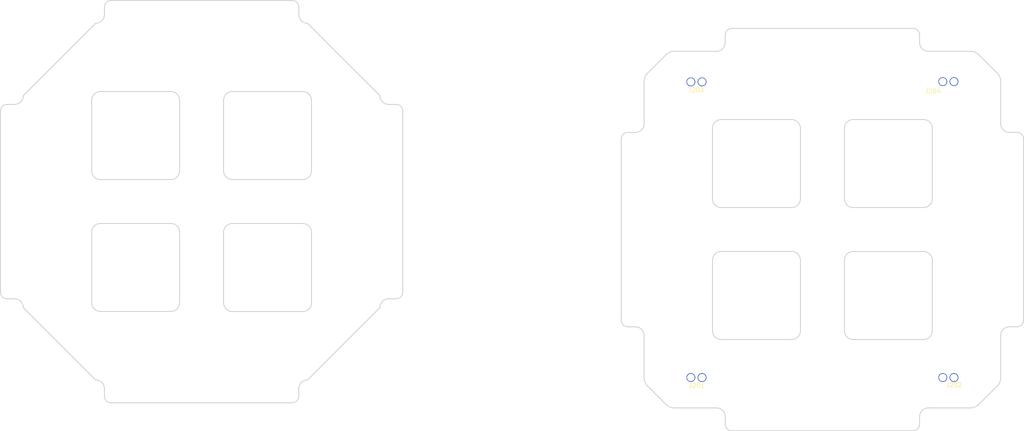
<source format=kicad_pcb>
(kicad_pcb (version 20240108) (generator "pcbnew") (generator_version "8.0")
  (layers (0 "F.Cu" signal) (31 "B.Cu" signal) (34 "B.Paste" user) (35 "F.Paste" user) (36 "B.SilkS" user "B.Silkscreen") (37 "F.SilkS" user "F.Silkscreen") (38 "B.Mask" user) (39 "F.Mask" user) (44 "Edge.Cuts" user))
  (net 0 "")
  (footprint "bac EPS v1:Mill-Max-0630-0-15-15-30-27-10-0-PN-1x02-P2.54" (layer "F.Cu") (at 240.419981 62.989961)
    (property "Reference" "J204" (at -3.525 2.175 0) (layer "F.SilkS"))
    (property "Value" "Conn_01x02_Pin")
    (pad "1" thru_hole circle (at -1.27 0) (size 2 2) (drill 1.651) (layers "*.Cu" "*.Mask"))
    (pad "2" thru_hole circle (at 1.27 0) (size 2 2) (drill 1.651) (layers "*.Cu" "*.Mask"))
  )
  (footprint "bac EPS v1:Mill-Max-0630-0-15-15-30-27-10-0-PN-1x02-P2.54" (layer "F.Cu") (at 240.419981 130.289961)
    (property "Reference" "J202" (at 1.3 1.7 0) (layer "F.SilkS"))
    (property "Value" "Conn_01x02_Pin")
    (pad "1" thru_hole circle (at -1.27 0) (size 2 2) (drill 1.651) (layers "*.Cu" "*.Mask"))
    (pad "2" thru_hole circle (at 1.27 0) (size 2 2) (drill 1.651) (layers "*.Cu" "*.Mask"))
  )
  (footprint "bac EPS v1:Mill-Max-0630-0-15-15-30-27-10-0-PN-1x02-P2.54" (layer "F.Cu") (at 183.119981 130.289961)
    (property "Reference" "J201" (at 0.05 1.8 0) (layer "F.SilkS"))
    (property "Value" "Conn_01x02_Pin")
    (pad "1" thru_hole circle (at -1.27 0) (size 2 2) (drill 1.651) (layers "*.Cu" "*.Mask"))
    (pad "2" thru_hole circle (at 1.27 0) (size 2 2) (drill 1.651) (layers "*.Cu" "*.Mask"))
  )
  (footprint "bac EPS v1:Mill-Max-0630-0-15-15-30-27-10-0-PN-1x02-P2.54" (layer "F.Cu") (at 183.119981 63.039961)
    (property "Reference" "J203" (at -0.075 1.85 0) (layer "F.SilkS"))
    (property "Value" "Conn_01x02_Pin")
    (pad "1" thru_hole circle (at -1.27 0) (size 2 2) (drill 1.651) (layers "*.Cu" "*.Mask"))
    (pad "2" thru_hole circle (at 1.27 0) (size 2 2) (drill 1.651) (layers "*.Cu" "*.Mask"))
  )
  (gr_line (start 245.4774 56.09) (end 235.873 56.09) (stroke (width 0.2)) (layer "Edge.Cuts"))
  (gr_line (start 77.575086 95.252289) (end 93.575086 95.252289) (stroke (width 0.2)) (layer "Edge.Cuts"))
  (gr_line (start 257.52 76.036967) (end 257.519981 117.242861) (stroke (width 0.2)) (layer "Edge.Cuts"))
  (gr_line (start 233.873033 54.09) (end 233.873033 52.375923) (stroke (width 0.2)) (layer "Edge.Cuts"))
  (gr_line (start 234.770001 91.630001) (end 218.770001 91.630001) (stroke (width 0.2)) (layer "Edge.Cuts"))
  (gr_arc (start 247.315908 136.428407) (mid 246.472343 136.992046) (end 245.4773 137.189983) (stroke (width 0.2)) (layer "Edge.Cuts"))
  (gr_line (start 24.825086 110.222289) (end 24.825086 110.875321) (stroke (width 0.2)) (layer "Edge.Cuts"))
  (gr_arc (start 188.77 121.63) (mid 187.355776 121.044224) (end 186.77 119.63) (stroke (width 0.2)) (layer "Edge.Cuts"))
  (gr_arc (start 233.873014 140.889981) (mid 233.433674 141.950635) (end 232.373014 142.389961) (stroke (width 0.2)) (layer "Edge.Cuts"))
  (gr_arc (start 252.32 130.3474) (mid 252.122108 131.342367) (end 251.558478 132.185837) (stroke (width 0.2)) (layer "Edge.Cuts"))
  (gr_arc (start 189.666967 52.390001) (mid 190.106292 51.329325) (end 191.166968 50.89) (stroke (width 0.2)) (layer "Edge.Cuts"))
  (gr_line (start 45.575087 83.26229) (end 45.575087 67.24229) (stroke (width 0.2)) (layer "Edge.Cuts"))
  (gr_line (start 247.315908 136.428407) (end 251.558478 132.185837) (stroke (width 0.2)) (layer "Edge.Cuts"))
  (gr_arc (start 234.770001 71.610001) (mid 236.184203 72.195799) (end 236.770001 73.610001) (stroke (width 0.2)) (layer "Edge.Cuts"))
  (gr_line (start 186.770001 89.630001) (end 186.770001 73.610001) (stroke (width 0.2)) (layer "Edge.Cuts"))
  (gr_line (start 231.72 142.39) (end 232.373033 142.39) (stroke (width 0.2)) (layer "Edge.Cuts"))
  (gr_arc (start 186.77 103.61) (mid 187.355779 102.195779) (end 188.77 101.61) (stroke (width 0.2)) (layer "Edge.Cuts"))
  (gr_line (start 63.575087 85.26229) (end 47.575087 85.26229) (stroke (width 0.2)) (layer "Edge.Cuts"))
  (gr_arc (start 47.575086 115.262289) (mid 46.160862 114.676513) (end 45.575086 113.262289) (stroke (width 0.2)) (layer "Edge.Cuts"))
  (gr_line (start 95.575086 97.252289) (end 95.575086 113.272289) (stroke (width 0.2)) (layer "Edge.Cuts"))
  (gr_line (start 75.575086 113.272289) (end 75.575086 97.252289) (stroke (width 0.2)) (layer "Edge.Cuts"))
  (gr_arc (start 186.770001 73.610001) (mid 187.355779 72.195779) (end 188.770001 71.610001) (stroke (width 0.2)) (layer "Edge.Cuts"))
  (gr_arc (start 236.770001 89.630001) (mid 236.184206 91.044206) (end 234.770001 91.630001) (stroke (width 0.2)) (layer "Edge.Cuts"))
  (gr_arc (start 113.125086 68.169256) (mid 111.710884 67.583468) (end 111.125086 66.169256) (stroke (width 0.2)) (layer "Edge.Cuts"))
  (gr_line (start 234.77 121.64) (end 218.77 121.64) (stroke (width 0.2)) (layer "Edge.Cuts"))
  (gr_arc (start 178.062641 137.19) (mid 177.067661 136.992092) (end 176.224162 136.428477) (stroke (width 0.2)) (layer "Edge.Cuts"))
  (gr_arc (start 218.770001 91.630001) (mid 217.355777 91.044225) (end 216.770001 89.630001) (stroke (width 0.2)) (layer "Edge.Cuts"))
  (gr_line (start 169.220001 74.536967) (end 167.520001 74.536967) (stroke (width 0.2)) (layer "Edge.Cuts"))
  (gr_arc (start 189.666967 54.090001) (mid 189.081166 55.504199) (end 187.666968 56.09) (stroke (width 0.2)) (layer "Edge.Cuts"))
  (gr_arc (start 234.77 101.62) (mid 236.184203 102.205797) (end 236.77 103.62) (stroke (width 0.2)) (layer "Edge.Cuts"))
  (gr_arc (start 63.575087 65.24229) (mid 64.989289 65.828088) (end 65.575087 67.24229) (stroke (width 0.2)) (layer "Edge.Cuts"))
  (gr_line (start 77.575087 65.24229) (end 93.575087 65.24229) (stroke (width 0.2)) (layer "Edge.Cuts"))
  (gr_line (start 94.678086 49.722289) (end 100.965086 56.042289) (stroke (width 0.2)) (layer "Edge.Cuts"))
  (gr_arc (start 94.678086 49.722289) (mid 93.263872 49.136503) (end 92.678119 47.722289) (stroke (width 0.2)) (layer "Edge.Cuts"))
  (gr_arc (start 235.872981 56.089961) (mid 234.458772 55.50418) (end 233.873014 54.089961) (stroke (width 0.2)) (layer "Edge.Cuts"))
  (gr_arc (start 169.220001 118.743033) (mid 170.634217 119.328816) (end 171.22 120.743032) (stroke (width 0.2)) (layer "Edge.Cuts"))
  (gr_line (start 65.575086 97.242289) (end 65.575086 113.262289) (stroke (width 0.2)) (layer "Edge.Cuts"))
  (gr_arc (start 92.678119 134.522309) (mid 92.238748 135.58293) (end 91.178119 136.022289) (stroke (width 0.2)) (layer "Edge.Cuts"))
  (gr_line (start 191.166968 50.89) (end 232.3729 50.89) (stroke (width 0.2)) (layer "Edge.Cuts"))
  (gr_arc (start 45.575086 97.242289) (mid 46.160865 95.828068) (end 47.575086 95.242289) (stroke (width 0.2)) (layer "Edge.Cuts"))
  (gr_arc (start 256.02 74.536967) (mid 257.080656 74.976311) (end 257.52 76.036967) (stroke (width 0.2)) (layer "Edge.Cuts"))
  (gr_line (start 92.678119 47.722289) (end 92.678119 46.008212) (stroke (width 0.2)) (layer "Edge.Cuts"))
  (gr_line (start 189.666948 139.18996) (end 189.666948 140.88996) (stroke (width 0.2)) (layer "Edge.Cuts"))
  (gr_arc (start 233.873014 139.189981) (mid 234.460662 137.773861) (end 235.878332 137.189961) (stroke (width 0.2)) (layer "Edge.Cuts"))
  (gr_arc (start 171.220001 62.932641) (mid 171.417891 61.937644) (end 171.981518 61.094137) (stroke (width 0.2)) (layer "Edge.Cuts"))
  (gr_line (start 204.770001 91.630001) (end 188.770001 91.630001) (stroke (width 0.2)) (layer "Edge.Cuts"))
  (gr_arc (start 45.575087 67.24229) (mid 46.160865 65.828068) (end 47.575087 65.24229) (stroke (width 0.2)) (layer "Edge.Cuts"))
  (gr_line (start 186.77 119.63) (end 186.77 103.61) (stroke (width 0.2)) (layer "Edge.Cuts"))
  (gr_line (start 75.575087 83.26229) (end 75.575087 67.24229) (stroke (width 0.2)) (layer "Edge.Cuts"))
  (gr_line (start 47.575087 65.24229) (end 63.575087 65.24229) (stroke (width 0.2)) (layer "Edge.Cuts"))
  (gr_arc (start 251.558388 61.094053) (mid 252.122047 61.937609) (end 252.319964 62.932661) (stroke (width 0.2)) (layer "Edge.Cuts"))
  (gr_line (start 178.062622 137.189961) (end 187.666949 137.189961) (stroke (width 0.2)) (layer "Edge.Cuts"))
  (gr_line (start 116.325086 70.322289) (end 116.325086 69.669256) (stroke (width 0.2)) (layer "Edge.Cuts"))
  (gr_arc (start 95.575087 83.26229) (mid 94.989291 84.676494) (end 93.575087 85.26229) (stroke (width 0.2)) (layer "Edge.Cuts"))
  (gr_line (start 235.878351 137.19) (end 245.4773 137.19) (stroke (width 0.2)) (layer "Edge.Cuts"))
  (gr_line (start 231.719981 142.389961) (end 191.166968 142.39) (stroke (width 0.2)) (layer "Edge.Cuts"))
  (gr_arc (start 187.666968 137.19) (mid 189.081187 137.77578) (end 189.666967 139.189999) (stroke (width 0.2)) (layer "Edge.Cuts"))
  (gr_arc (start 75.575086 97.252289) (mid 76.160865 95.838068) (end 77.575086 95.252289) (stroke (width 0.2)) (layer "Edge.Cuts"))
  (gr_arc (start 206.77 119.63) (mid 206.184205 121.044205) (end 204.77 121.63) (stroke (width 0.2)) (layer "Edge.Cuts"))
  (gr_line (start 236.77 103.62) (end 236.77 119.64) (stroke (width 0.2)) (layer "Edge.Cuts"))
  (gr_arc (start 75.575087 67.24229) (mid 76.160865 65.828068) (end 77.575087 65.24229) (stroke (width 0.2)) (layer "Edge.Cuts"))
  (gr_arc (start 216.770001 73.610001) (mid 217.355779 72.195779) (end 218.770001 71.610001) (stroke (width 0.2)) (layer "Edge.Cuts"))
  (gr_line (start 206.77 103.61) (end 206.77 119.63) (stroke (width 0.2)) (layer "Edge.Cuts"))
  (gr_line (start 95.575087 67.24229) (end 95.575087 83.26229) (stroke (width 0.2)) (layer "Edge.Cuts"))
  (gr_arc (start 24.825086 69.669257) (mid 25.264414 68.608584) (end 26.325087 68.169256) (stroke (width 0.2)) (layer "Edge.Cuts"))
  (gr_line (start 116.325086 70.322289) (end 116.325086 110.222289) (stroke (width 0.2)) (layer "Edge.Cuts"))
  (gr_line (start 92.678119 134.522309) (end 92.678119 132.822309) (stroke (width 0.2)) (layer "Edge.Cuts"))
  (gr_line (start 49.972054 136.022289) (end 50.625087 136.022289) (stroke (width 0.2)) (layer "Edge.Cuts"))
  (gr_line (start 218.77 101.62) (end 234.77 101.62) (stroke (width 0.2)) (layer "Edge.Cuts"))
  (gr_arc (start 95.575086 113.272289) (mid 94.989291 114.686494) (end 93.575086 115.272289) (stroke (width 0.2)) (layer "Edge.Cuts"))
  (gr_line (start 171.22 62.932641) (end 171.22 72.536968) (stroke (width 0.2)) (layer "Edge.Cuts"))
  (gr_line (start 26.325087 112.375322) (end 28.025087 112.375322) (stroke (width 0.2)) (layer "Edge.Cuts"))
  (gr_arc (start 92.678119 132.822309) (mid 93.265779 131.406201) (end 94.683437 130.822289) (stroke (width 0.2)) (layer "Edge.Cuts"))
  (gr_arc (start 49.972054 136.022289) (mid 48.911399 135.582943) (end 48.472053 134.522288) (stroke (width 0.2)) (layer "Edge.Cuts"))
  (gr_line (start 116.325086 110.875189) (end 116.325086 110.222289) (stroke (width 0.2)) (layer "Edge.Cuts"))
  (gr_line (start 50.625086 44.522289) (end 49.972054 44.522289) (stroke (width 0.2)) (layer "Edge.Cuts"))
  (gr_line (start 30.025086 114.375321) (end 46.472054 130.822289) (stroke (width 0.2)) (layer "Edge.Cuts"))
  (gr_arc (start 65.575087 83.26229) (mid 64.989292 84.676495) (end 63.575087 85.26229) (stroke (width 0.2)) (layer "Edge.Cuts"))
  (gr_line (start 30.025086 66.169257) (end 46.472054 49.722289) (stroke (width 0.2)) (layer "Edge.Cuts"))
  (gr_arc (start 216.77 103.62) (mid 217.355779 102.205779) (end 218.77 101.62) (stroke (width 0.2)) (layer "Edge.Cuts"))
  (gr_arc (start 116.325086 110.875189) (mid 115.890723 111.930931) (end 114.839163 112.375322) (stroke (width 0.2)) (layer "Edge.Cuts"))
  (gr_arc (start 188.770001 91.630001) (mid 187.355777 91.044225) (end 186.770001 89.630001) (stroke (width 0.2)) (layer "Edge.Cuts"))
  (gr_arc (start 93.575087 65.24229) (mid 94.989288 65.828089) (end 95.575087 67.24229) (stroke (width 0.2)) (layer "Edge.Cuts"))
  (gr_arc (start 204.77 101.61) (mid 206.184203 102.195797) (end 206.77 103.61) (stroke (width 0.2)) (layer "Edge.Cuts"))
  (gr_arc (start 93.575086 95.252289) (mid 94.989288 95.838087) (end 95.575086 97.252289) (stroke (width 0.2)) (layer "Edge.Cuts"))
  (gr_line (start 91.177986 44.522289) (end 90.525086 44.522289) (stroke (width 0.2)) (layer "Edge.Cuts"))
  (gr_arc (start 30.025086 66.169257) (mid 29.439287 67.583457) (end 28.025087 68.169256) (stroke (width 0.2)) (layer "Edge.Cuts"))
  (gr_line (start 93.575086 115.272289) (end 77.575086 115.272289) (stroke (width 0.2)) (layer "Edge.Cuts"))
  (gr_arc (start 236.77 119.64) (mid 236.184205 121.054205) (end 234.77 121.64) (stroke (width 0.2)) (layer "Edge.Cuts"))
  (gr_line (start 233.873033 140.89002) (end 233.873033 139.19002) (stroke (width 0.2)) (layer "Edge.Cuts"))
  (gr_arc (start 218.77 121.64) (mid 217.355776 121.054224) (end 216.77 119.64) (stroke (width 0.2)) (layer "Edge.Cuts"))
  (gr_arc (start 166.02 76.036968) (mid 166.459328 74.976295) (end 167.520001 74.536967) (stroke (width 0.2)) (layer "Edge.Cuts"))
  (gr_line (start 50.625086 44.522289) (end 90.525086 44.522289) (stroke (width 0.2)) (layer "Edge.Cuts"))
  (gr_arc (start 171.22 72.536968) (mid 170.634201 73.951168) (end 169.220001 74.536967) (stroke (width 0.2)) (layer "Edge.Cuts"))
  (gr_line (start 28.025087 68.169256) (end 26.325087 68.169256) (stroke (width 0.2)) (layer "Edge.Cuts"))
  (gr_line (start 113.125086 112.375322) (end 114.839163 112.375322) (stroke (width 0.2)) (layer "Edge.Cuts"))
  (gr_arc (start 26.325087 112.375322) (mid 25.264429 111.935979) (end 24.825086 110.875321) (stroke (width 0.2)) (layer "Edge.Cuts"))
  (gr_arc (start 204.770001 71.610001) (mid 206.184203 72.195799) (end 206.770001 73.610001) (stroke (width 0.2)) (layer "Edge.Cuts"))
  (gr_arc (start 171.981523 132.185838) (mid 171.417927 131.342331) (end 171.22 130.347359) (stroke (width 0.2)) (layer "Edge.Cuts"))
  (gr_arc (start 63.575086 95.242289) (mid 64.989289 95.828086) (end 65.575086 97.242289) (stroke (width 0.2)) (layer "Edge.Cuts"))
  (gr_arc (start 77.575086 115.272289) (mid 76.160862 114.686513) (end 75.575086 113.272289) (stroke (width 0.2)) (layer "Edge.Cuts"))
  (gr_line (start 65.575087 67.24229) (end 65.575087 83.26229) (stroke (width 0.2)) (layer "Edge.Cuts"))
  (gr_arc (start 167.520001 118.743033) (mid 166.459343 118.30369) (end 166.02 117.243032) (stroke (width 0.2)) (layer "Edge.Cuts"))
  (gr_line (start 216.770001 89.630001) (end 216.770001 73.610001) (stroke (width 0.2)) (layer "Edge.Cuts"))
  (gr_line (start 93.575087 85.26229) (end 77.575087 85.26229) (stroke (width 0.2)) (layer "Edge.Cuts"))
  (gr_line (start 188.77 101.61) (end 204.77 101.61) (stroke (width 0.2)) (layer "Edge.Cuts"))
  (gr_line (start 111.125086 114.375289) (end 94.683437 130.822289) (stroke (width 0.2)) (layer "Edge.Cuts"))
  (gr_line (start 48.472053 132.822288) (end 48.472053 134.522288) (stroke (width 0.2)) (layer "Edge.Cuts"))
  (gr_arc (start 48.472053 46.02229) (mid 48.911378 44.961614) (end 49.972054 44.522289) (stroke (width 0.2)) (layer "Edge.Cuts"))
  (gr_line (start 90.525086 136.022289) (end 91.178119 136.022289) (stroke (width 0.2)) (layer "Edge.Cuts"))
  (gr_line (start 252.319981 130.347361) (end 252.319981 120.742961) (stroke (width 0.2)) (layer "Edge.Cuts"))
  (gr_arc (start 252.319981 120.742961) (mid 252.905762 119.328752) (end 254.319981 118.742994) (stroke (width 0.2)) (layer "Edge.Cuts"))
  (gr_line (start 45.575086 113.262289) (end 45.575086 97.242289) (stroke (width 0.2)) (layer "Edge.Cuts"))
  (gr_line (start 218.770001 71.610001) (end 234.770001 71.610001) (stroke (width 0.2)) (layer "Edge.Cuts"))
  (gr_line (start 251.558388 61.094053) (end 247.315818 56.851483) (stroke (width 0.2)) (layer "Edge.Cuts"))
  (gr_line (start 176.224162 56.851523) (end 171.981523 61.094162) (stroke (width 0.2)) (layer "Edge.Cuts"))
  (gr_arc (start 65.575086 113.262289) (mid 64.989291 114.676494) (end 63.575086 115.262289) (stroke (width 0.2)) (layer "Edge.Cuts"))
  (gr_line (start 256.02 74.536967) (end 254.319981 74.536928) (stroke (width 0.2)) (layer "Edge.Cuts"))
  (gr_line (start 171.22 120.743032) (end 171.22 130.347359) (stroke (width 0.2)) (layer "Edge.Cuts"))
  (gr_arc (start 48.472053 47.72229) (mid 47.886252 49.136488) (end 46.472054 49.722289) (stroke (width 0.2)) (layer "Edge.Cuts"))
  (gr_arc (start 206.770001 89.630001) (mid 206.184206 91.044206) (end 204.770001 91.630001) (stroke (width 0.2)) (layer "Edge.Cuts"))
  (gr_line (start 24.825086 110.222289) (end 24.825086 70.32229) (stroke (width 0.2)) (layer "Edge.Cuts"))
  (gr_arc (start 114.825086 68.169256) (mid 115.885758 68.608594) (end 116.325086 69.669256) (stroke (width 0.2)) (layer "Edge.Cuts"))
  (gr_line (start 166.02 117.243032) (end 166.02 76.036968) (stroke (width 0.2)) (layer "Edge.Cuts"))
  (gr_arc (start 111.125086 114.375289) (mid 111.71086 112.961071) (end 113.125086 112.375322) (stroke (width 0.2)) (layer "Edge.Cuts"))
  (gr_arc (start 245.477381 56.089961) (mid 246.472342 56.287868) (end 247.315818 56.851483) (stroke (width 0.2)) (layer "Edge.Cuts"))
  (gr_line (start 188.770001 71.610001) (end 204.770001 71.610001) (stroke (width 0.2)) (layer "Edge.Cuts"))
  (gr_arc (start 254.319981 74.536928) (mid 252.905753 73.951155) (end 252.319981 72.536928) (stroke (width 0.2)) (layer "Edge.Cuts"))
  (gr_line (start 204.77 121.63) (end 188.77 121.63) (stroke (width 0.2)) (layer "Edge.Cuts"))
  (gr_line (start 63.575086 115.262289) (end 47.575086 115.262289) (stroke (width 0.2)) (layer "Edge.Cuts"))
  (gr_line (start 114.825086 68.169256) (end 113.125086 68.169256) (stroke (width 0.2)) (layer "Edge.Cuts"))
  (gr_arc (start 257.519981 117.242861) (mid 257.085619 118.298603) (end 256.034058 118.742994) (stroke (width 0.2)) (layer "Edge.Cuts"))
  (gr_arc (start 28.025087 112.375322) (mid 29.439303 112.961105) (end 30.025086 114.375321) (stroke (width 0.2)) (layer "Edge.Cuts"))
  (gr_arc (start 191.166968 142.39) (mid 190.106313 141.950654) (end 189.666967 140.889999) (stroke (width 0.2)) (layer "Edge.Cuts"))
  (gr_line (start 47.575086 95.242289) (end 63.575086 95.242289) (stroke (width 0.2)) (layer "Edge.Cuts"))
  (gr_line (start 90.525086 136.022289) (end 50.625087 136.022289) (stroke (width 0.2)) (layer "Edge.Cuts"))
  (gr_line (start 171.981523 132.185838) (end 176.224162 136.428477) (stroke (width 0.2)) (layer "Edge.Cuts"))
  (gr_line (start 206.770001 73.610001) (end 206.770001 89.630001) (stroke (width 0.2)) (layer "Edge.Cuts"))
  (gr_arc (start 176.224162 56.851523) (mid 177.067672 56.287934) (end 178.062641 56.09) (stroke (width 0.2)) (layer "Edge.Cuts"))
  (gr_line (start 216.77 119.64) (end 216.77 103.62) (stroke (width 0.2)) (layer "Edge.Cuts"))
  (gr_line (start 167.520001 118.743033) (end 169.220001 118.743033) (stroke (width 0.2)) (layer "Edge.Cuts"))
  (gr_line (start 100.965086 56.042289) (end 111.125086 66.169256) (stroke (width 0.2)) (layer "Edge.Cuts"))
  (gr_line (start 187.666949 56.089961) (end 178.062641 56.09) (stroke (width 0.2)) (layer "Edge.Cuts"))
  (gr_line (start 236.770001 73.610001) (end 236.770001 89.630001) (stroke (width 0.2)) (layer "Edge.Cuts"))
  (gr_arc (start 91.177986 44.522289) (mid 92.233716 44.956663) (end 92.678119 46.008212) (stroke (width 0.2)) (layer "Edge.Cuts"))
  (gr_arc (start 46.472054 130.822289) (mid 47.886273 131.408069) (end 48.472053 132.822288) (stroke (width 0.2)) (layer "Edge.Cuts"))
  (gr_line (start 254.319981 118.742994) (end 256.034058 118.742994) (stroke (width 0.2)) (layer "Edge.Cuts"))
  (gr_arc (start 232.3729 50.89) (mid 233.428632 51.324373) (end 233.873033 52.375923) (stroke (width 0.2)) (layer "Edge.Cuts"))
  (gr_arc (start 77.575087 85.26229) (mid 76.160863 84.676514) (end 75.575087 83.26229) (stroke (width 0.2)) (layer "Edge.Cuts"))
  (gr_arc (start 47.575087 85.26229) (mid 46.160863 84.676514) (end 45.575087 83.26229) (stroke (width 0.2)) (layer "Edge.Cuts"))
  (gr_line (start 189.666967 52.390001) (end 189.666967 54.090001) (stroke (width 0.2)) (layer "Edge.Cuts"))
  (gr_line (start 24.825086 69.669257) (end 24.825086 70.32229) (stroke (width 0.2)) (layer "Edge.Cuts"))
  (gr_line (start 252.319981 72.536928) (end 252.319981 62.932661) (stroke (width 0.2)) (layer "Edge.Cuts"))
  (gr_line (start 48.472053 46.02229) (end 48.472053 47.72229) (stroke (width 0.2)) (layer "Edge.Cuts"))
)
</source>
